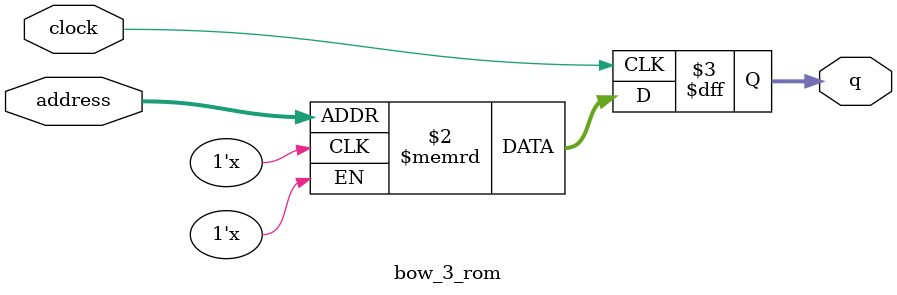
<source format=sv>
module bow_3_rom (
	input logic clock,
	input logic [14:0] address,
	output logic [2:0] q
);

logic [2:0] memory [0:23071] /* synthesis ram_init_file = "./bow_3/bow_3.mif" */;

always_ff @ (posedge clock) begin
	q <= memory[address];
end

endmodule

</source>
